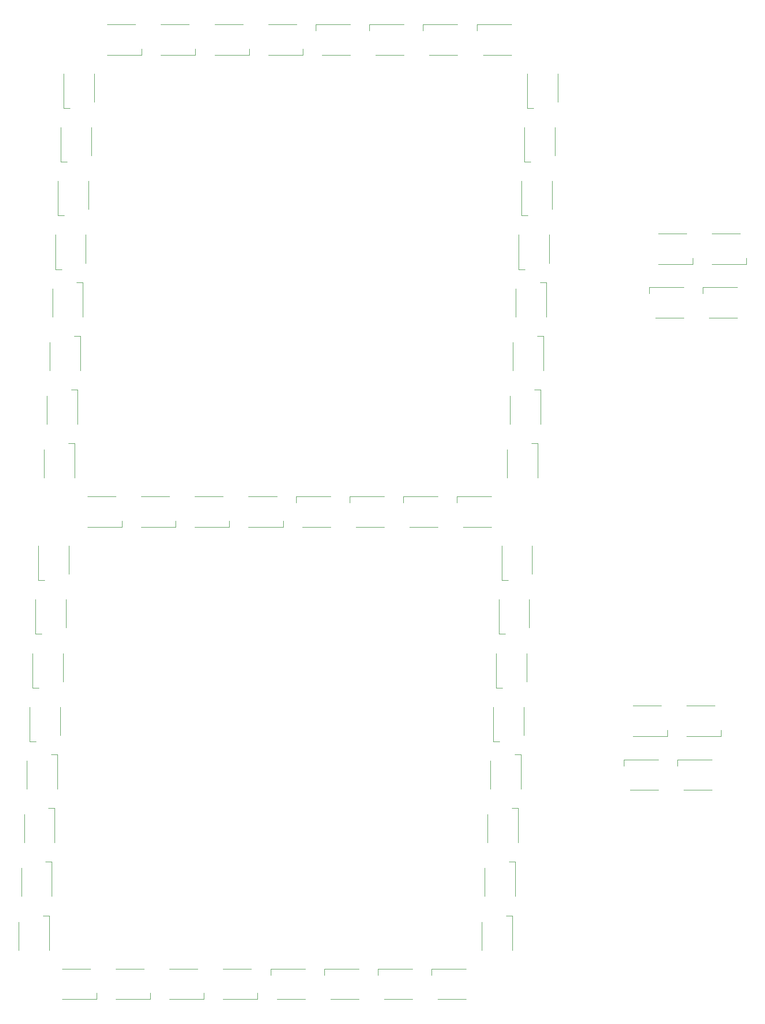
<source format=gbr>
G04 #@! TF.GenerationSoftware,KiCad,Pcbnew,(5.1.4)-1*
G04 #@! TF.CreationDate,2019-11-12T22:01:14+01:00*
G04 #@! TF.ProjectId,Digit_Colon,44696769-745f-4436-9f6c-6f6e2e6b6963,rev?*
G04 #@! TF.SameCoordinates,Original*
G04 #@! TF.FileFunction,Legend,Top*
G04 #@! TF.FilePolarity,Positive*
%FSLAX46Y46*%
G04 Gerber Fmt 4.6, Leading zero omitted, Abs format (unit mm)*
G04 Created by KiCad (PCBNEW (5.1.4)-1) date 2019-11-12 22:01:14*
%MOMM*%
%LPD*%
G04 APERTURE LIST*
%ADD10C,0.120000*%
G04 APERTURE END LIST*
D10*
X178500000Y-165300000D02*
X183500000Y-165300000D01*
X184600000Y-169600000D02*
X184600000Y-170700000D01*
X184600000Y-170700000D02*
X178500000Y-170700000D01*
X183000000Y-81800000D02*
X188000000Y-81800000D01*
X189100000Y-86100000D02*
X189100000Y-87200000D01*
X189100000Y-87200000D02*
X183000000Y-87200000D01*
X188000000Y-165300000D02*
X193000000Y-165300000D01*
X194100000Y-169600000D02*
X194100000Y-170700000D01*
X194100000Y-170700000D02*
X188000000Y-170700000D01*
X192500000Y-81800000D02*
X197500000Y-81800000D01*
X198600000Y-86100000D02*
X198600000Y-87200000D01*
X198600000Y-87200000D02*
X192500000Y-87200000D01*
X192500000Y-180200000D02*
X187500000Y-180200000D01*
X186400000Y-175900000D02*
X186400000Y-174800000D01*
X186400000Y-174800000D02*
X192500000Y-174800000D01*
X197000000Y-96700000D02*
X192000000Y-96700000D01*
X190900000Y-92400000D02*
X190900000Y-91300000D01*
X190900000Y-91300000D02*
X197000000Y-91300000D01*
X183000000Y-180200000D02*
X178000000Y-180200000D01*
X176900000Y-175900000D02*
X176900000Y-174800000D01*
X176900000Y-174800000D02*
X183000000Y-174800000D01*
X187500000Y-96700000D02*
X182500000Y-96700000D01*
X181400000Y-92400000D02*
X181400000Y-91300000D01*
X181400000Y-91300000D02*
X187500000Y-91300000D01*
X83200000Y-53500000D02*
X83200000Y-58500000D01*
X78900000Y-59600000D02*
X77800000Y-59600000D01*
X77800000Y-59600000D02*
X77800000Y-53500000D01*
X128500000Y-50200000D02*
X123500000Y-50200000D01*
X122400000Y-45900000D02*
X122400000Y-44800000D01*
X122400000Y-44800000D02*
X128500000Y-44800000D01*
X114000000Y-44800000D02*
X119000000Y-44800000D01*
X120100000Y-49100000D02*
X120100000Y-50200000D01*
X120100000Y-50200000D02*
X114000000Y-50200000D01*
X85500000Y-44800000D02*
X90500000Y-44800000D01*
X91600000Y-49100000D02*
X91600000Y-50200000D01*
X91600000Y-50200000D02*
X85500000Y-50200000D01*
X95000000Y-44800000D02*
X100000000Y-44800000D01*
X101100000Y-49100000D02*
X101100000Y-50200000D01*
X101100000Y-50200000D02*
X95000000Y-50200000D01*
X104500000Y-44800000D02*
X109500000Y-44800000D01*
X110600000Y-49100000D02*
X110600000Y-50200000D01*
X110600000Y-50200000D02*
X104500000Y-50200000D01*
X82700000Y-63000000D02*
X82700000Y-68000000D01*
X78400000Y-69100000D02*
X77300000Y-69100000D01*
X77300000Y-69100000D02*
X77300000Y-63000000D01*
X82200000Y-72500000D02*
X82200000Y-77500000D01*
X77900000Y-78600000D02*
X76800000Y-78600000D01*
X76800000Y-78600000D02*
X76800000Y-72500000D01*
X81700000Y-82000000D02*
X81700000Y-87000000D01*
X77400000Y-88100000D02*
X76300000Y-88100000D01*
X76300000Y-88100000D02*
X76300000Y-82000000D01*
X78700000Y-137000000D02*
X78700000Y-142000000D01*
X74400000Y-143100000D02*
X73300000Y-143100000D01*
X73300000Y-143100000D02*
X73300000Y-137000000D01*
X78200000Y-146500000D02*
X78200000Y-151500000D01*
X73900000Y-152600000D02*
X72800000Y-152600000D01*
X72800000Y-152600000D02*
X72800000Y-146500000D01*
X77700000Y-156000000D02*
X77700000Y-161000000D01*
X73400000Y-162100000D02*
X72300000Y-162100000D01*
X72300000Y-162100000D02*
X72300000Y-156000000D01*
X77200000Y-165500000D02*
X77200000Y-170500000D01*
X72900000Y-171600000D02*
X71800000Y-171600000D01*
X71800000Y-171600000D02*
X71800000Y-165500000D01*
X74300000Y-125000000D02*
X74300000Y-120000000D01*
X78600000Y-118900000D02*
X79700000Y-118900000D01*
X79700000Y-118900000D02*
X79700000Y-125000000D01*
X74800000Y-115500000D02*
X74800000Y-110500000D01*
X79100000Y-109400000D02*
X80200000Y-109400000D01*
X80200000Y-109400000D02*
X80200000Y-115500000D01*
X75300000Y-106000000D02*
X75300000Y-101000000D01*
X79600000Y-99900000D02*
X80700000Y-99900000D01*
X80700000Y-99900000D02*
X80700000Y-106000000D01*
X75800000Y-96500000D02*
X75800000Y-91500000D01*
X80100000Y-90400000D02*
X81200000Y-90400000D01*
X81200000Y-90400000D02*
X81200000Y-96500000D01*
X69800000Y-208500000D02*
X69800000Y-203500000D01*
X74100000Y-202400000D02*
X75200000Y-202400000D01*
X75200000Y-202400000D02*
X75200000Y-208500000D01*
X70300000Y-199000000D02*
X70300000Y-194000000D01*
X74600000Y-192900000D02*
X75700000Y-192900000D01*
X75700000Y-192900000D02*
X75700000Y-199000000D01*
X70800000Y-189500000D02*
X70800000Y-184500000D01*
X75100000Y-183400000D02*
X76200000Y-183400000D01*
X76200000Y-183400000D02*
X76200000Y-189500000D01*
X71300000Y-180000000D02*
X71300000Y-175000000D01*
X75600000Y-173900000D02*
X76700000Y-173900000D01*
X76700000Y-173900000D02*
X76700000Y-180000000D01*
X82000000Y-128300000D02*
X87000000Y-128300000D01*
X88100000Y-132600000D02*
X88100000Y-133700000D01*
X88100000Y-133700000D02*
X82000000Y-133700000D01*
X91500000Y-128300000D02*
X96500000Y-128300000D01*
X97600000Y-132600000D02*
X97600000Y-133700000D01*
X97600000Y-133700000D02*
X91500000Y-133700000D01*
X101000000Y-128300000D02*
X106000000Y-128300000D01*
X107100000Y-132600000D02*
X107100000Y-133700000D01*
X107100000Y-133700000D02*
X101000000Y-133700000D01*
X110500000Y-128300000D02*
X115500000Y-128300000D01*
X116600000Y-132600000D02*
X116600000Y-133700000D01*
X116600000Y-133700000D02*
X110500000Y-133700000D01*
X77500000Y-211800000D02*
X82500000Y-211800000D01*
X83600000Y-216100000D02*
X83600000Y-217200000D01*
X83600000Y-217200000D02*
X77500000Y-217200000D01*
X87000000Y-211800000D02*
X92000000Y-211800000D01*
X93100000Y-216100000D02*
X93100000Y-217200000D01*
X93100000Y-217200000D02*
X87000000Y-217200000D01*
X96500000Y-211800000D02*
X101500000Y-211800000D01*
X102600000Y-216100000D02*
X102600000Y-217200000D01*
X102600000Y-217200000D02*
X96500000Y-217200000D01*
X106000000Y-211800000D02*
X111000000Y-211800000D01*
X112100000Y-216100000D02*
X112100000Y-217200000D01*
X112100000Y-217200000D02*
X106000000Y-217200000D01*
X153500000Y-133700000D02*
X148500000Y-133700000D01*
X147400000Y-129400000D02*
X147400000Y-128300000D01*
X147400000Y-128300000D02*
X153500000Y-128300000D01*
X144000000Y-133700000D02*
X139000000Y-133700000D01*
X137900000Y-129400000D02*
X137900000Y-128300000D01*
X137900000Y-128300000D02*
X144000000Y-128300000D01*
X134500000Y-133700000D02*
X129500000Y-133700000D01*
X128400000Y-129400000D02*
X128400000Y-128300000D01*
X128400000Y-128300000D02*
X134500000Y-128300000D01*
X125000000Y-133700000D02*
X120000000Y-133700000D01*
X118900000Y-129400000D02*
X118900000Y-128300000D01*
X118900000Y-128300000D02*
X125000000Y-128300000D01*
X149000000Y-217200000D02*
X144000000Y-217200000D01*
X142900000Y-212900000D02*
X142900000Y-211800000D01*
X142900000Y-211800000D02*
X149000000Y-211800000D01*
X139500000Y-217200000D02*
X134500000Y-217200000D01*
X133400000Y-212900000D02*
X133400000Y-211800000D01*
X133400000Y-211800000D02*
X139500000Y-211800000D01*
X130000000Y-217200000D02*
X125000000Y-217200000D01*
X123900000Y-212900000D02*
X123900000Y-211800000D01*
X123900000Y-211800000D02*
X130000000Y-211800000D01*
X120500000Y-217200000D02*
X115500000Y-217200000D01*
X114400000Y-212900000D02*
X114400000Y-211800000D01*
X114400000Y-211800000D02*
X120500000Y-211800000D01*
X156300000Y-125000000D02*
X156300000Y-120000000D01*
X160600000Y-118900000D02*
X161700000Y-118900000D01*
X161700000Y-118900000D02*
X161700000Y-125000000D01*
X156800000Y-115500000D02*
X156800000Y-110500000D01*
X161100000Y-109400000D02*
X162200000Y-109400000D01*
X162200000Y-109400000D02*
X162200000Y-115500000D01*
X157300000Y-106000000D02*
X157300000Y-101000000D01*
X161600000Y-99900000D02*
X162700000Y-99900000D01*
X162700000Y-99900000D02*
X162700000Y-106000000D01*
X157800000Y-96500000D02*
X157800000Y-91500000D01*
X162100000Y-90400000D02*
X163200000Y-90400000D01*
X163200000Y-90400000D02*
X163200000Y-96500000D01*
X151800000Y-208500000D02*
X151800000Y-203500000D01*
X156100000Y-202400000D02*
X157200000Y-202400000D01*
X157200000Y-202400000D02*
X157200000Y-208500000D01*
X152300000Y-199000000D02*
X152300000Y-194000000D01*
X156600000Y-192900000D02*
X157700000Y-192900000D01*
X157700000Y-192900000D02*
X157700000Y-199000000D01*
X152800000Y-189500000D02*
X152800000Y-184500000D01*
X157100000Y-183400000D02*
X158200000Y-183400000D01*
X158200000Y-183400000D02*
X158200000Y-189500000D01*
X153300000Y-180000000D02*
X153300000Y-175000000D01*
X157600000Y-173900000D02*
X158700000Y-173900000D01*
X158700000Y-173900000D02*
X158700000Y-180000000D01*
X165200000Y-53500000D02*
X165200000Y-58500000D01*
X160900000Y-59600000D02*
X159800000Y-59600000D01*
X159800000Y-59600000D02*
X159800000Y-53500000D01*
X164700000Y-63000000D02*
X164700000Y-68000000D01*
X160400000Y-69100000D02*
X159300000Y-69100000D01*
X159300000Y-69100000D02*
X159300000Y-63000000D01*
X164200000Y-72500000D02*
X164200000Y-77500000D01*
X159900000Y-78600000D02*
X158800000Y-78600000D01*
X158800000Y-78600000D02*
X158800000Y-72500000D01*
X163700000Y-82000000D02*
X163700000Y-87000000D01*
X159400000Y-88100000D02*
X158300000Y-88100000D01*
X158300000Y-88100000D02*
X158300000Y-82000000D01*
X160700000Y-137000000D02*
X160700000Y-142000000D01*
X156400000Y-143100000D02*
X155300000Y-143100000D01*
X155300000Y-143100000D02*
X155300000Y-137000000D01*
X160200000Y-146500000D02*
X160200000Y-151500000D01*
X155900000Y-152600000D02*
X154800000Y-152600000D01*
X154800000Y-152600000D02*
X154800000Y-146500000D01*
X159700000Y-156000000D02*
X159700000Y-161000000D01*
X155400000Y-162100000D02*
X154300000Y-162100000D01*
X154300000Y-162100000D02*
X154300000Y-156000000D01*
X159200000Y-165500000D02*
X159200000Y-170500000D01*
X154900000Y-171600000D02*
X153800000Y-171600000D01*
X153800000Y-171600000D02*
X153800000Y-165500000D01*
X157000000Y-50200000D02*
X152000000Y-50200000D01*
X150900000Y-45900000D02*
X150900000Y-44800000D01*
X150900000Y-44800000D02*
X157000000Y-44800000D01*
X147500000Y-50200000D02*
X142500000Y-50200000D01*
X141400000Y-45900000D02*
X141400000Y-44800000D01*
X141400000Y-44800000D02*
X147500000Y-44800000D01*
X138000000Y-50200000D02*
X133000000Y-50200000D01*
X131900000Y-45900000D02*
X131900000Y-44800000D01*
X131900000Y-44800000D02*
X138000000Y-44800000D01*
M02*

</source>
